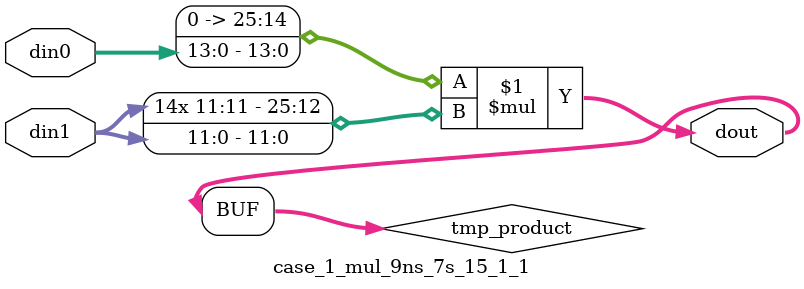
<source format=v>

`timescale 1 ns / 1 ps

 (* use_dsp = "no" *)  module case_1_mul_9ns_7s_15_1_1(din0, din1, dout);
parameter ID = 1;
parameter NUM_STAGE = 0;
parameter din0_WIDTH = 14;
parameter din1_WIDTH = 12;
parameter dout_WIDTH = 26;

input [din0_WIDTH - 1 : 0] din0; 
input [din1_WIDTH - 1 : 0] din1; 
output [dout_WIDTH - 1 : 0] dout;

wire signed [dout_WIDTH - 1 : 0] tmp_product;

























assign tmp_product = $signed({1'b0, din0}) * $signed(din1);










assign dout = tmp_product;





















endmodule

</source>
